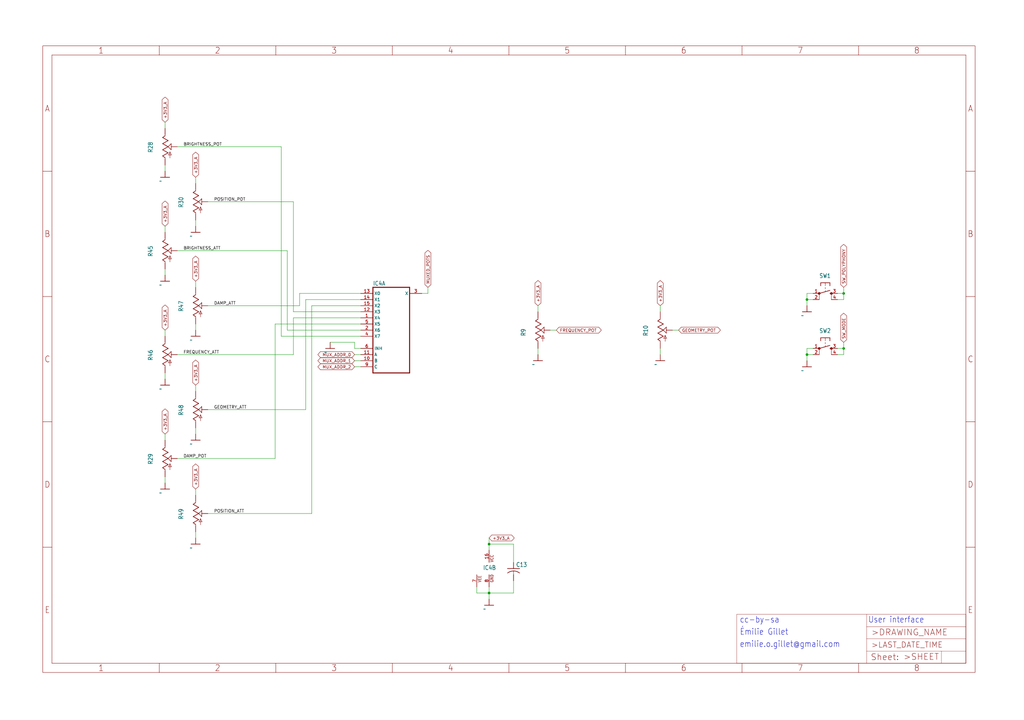
<source format=kicad_sch>
(kicad_sch (version 20211123) (generator eeschema)
  (paper "User" 425.45 299.161)
  (lib_symbols
    (symbol "rings-eagle-import:4051PW"
      (property "Reference" "IC" (at -2.54 -0.635 0))
      (symbol "4051PW_1_0"
        (polyline (pts (xy -7.62 -17.78) (xy 7.62 -17.78)) (stroke (width 0.4064)))
        (polyline (pts (xy -7.62 17.78) (xy -7.62 -17.78)) (stroke (width 0.4064)))
        (polyline (pts (xy 7.62 -17.78) (xy 7.62 17.78)) (stroke (width 0.4064)))
        (polyline (pts (xy 7.62 17.78) (xy -7.62 17.78)) (stroke (width 0.4064)))
        (pin bidirectional line (at -12.7 5.08 0) (length 5.08) (name "X4") (number "1"))
        (pin input line (at -12.7 -12.7 0) (length 5.08) (name "B") (number "10"))
        (pin input line (at -12.7 -10.16 0) (length 5.08) (name "A") (number "11"))
        (pin bidirectional line (at -12.7 7.62 0) (length 5.08) (name "X3") (number "12"))
        (pin bidirectional line (at -12.7 15.24 0) (length 5.08) (name "X0") (number "13"))
        (pin bidirectional line (at -12.7 12.7 0) (length 5.08) (name "X1") (number "14"))
        (pin bidirectional line (at -12.7 10.16 0) (length 5.08) (name "X2") (number "15"))
        (pin bidirectional line (at -12.7 0 0) (length 5.08) (name "X6") (number "2"))
        (pin bidirectional line (at 12.7 15.24 180) (length 5.08) (name "X") (number "3"))
        (pin bidirectional line (at -12.7 -2.54 0) (length 5.08) (name "X7") (number "4"))
        (pin bidirectional line (at -12.7 2.54 0) (length 5.08) (name "X5") (number "5"))
        (pin input line (at -12.7 -7.62 0) (length 5.08) (name "INH") (number "6"))
        (pin input line (at -12.7 -15.24 0) (length 5.08) (name "C") (number "9"))
      )
      (symbol "4051PW_2_0"
        (text "GND" (at 1.905 -5.842 900) (effects (font (size 1.27 1.0795)) (justify left bottom)))
        (text "VCC" (at 1.905 2.54 900) (effects (font (size 1.27 1.0795)) (justify left bottom)))
        (text "VEE" (at -3.175 -5.842 900) (effects (font (size 1.27 1.0795)) (justify left bottom)))
        (pin power_in line (at 0 7.62 270) (length 5.08) (name "VCC") (number "16"))
        (pin power_in line (at -5.08 -7.62 90) (length 5.08) (name "VEE") (number "7"))
        (pin power_in line (at 0 -7.62 90) (length 5.08) (name "GND") (number "8"))
      )
    )
    (symbol "rings-eagle-import:A3L-LOC"
      (symbol "A3L-LOC_1_0"
        (polyline (pts (xy 0 52.07) (xy 3.81 52.07)))
        (polyline (pts (xy 0 104.14) (xy 3.81 104.14)))
        (polyline (pts (xy 0 156.21) (xy 3.81 156.21)))
        (polyline (pts (xy 0 208.28) (xy 3.81 208.28)))
        (polyline (pts (xy 3.81 3.81) (xy 3.81 256.54)))
        (polyline (pts (xy 48.4188 0) (xy 48.4188 3.81)))
        (polyline (pts (xy 48.4188 256.54) (xy 48.4188 260.35)))
        (polyline (pts (xy 96.8375 0) (xy 96.8375 3.81)))
        (polyline (pts (xy 96.8375 256.54) (xy 96.8375 260.35)))
        (polyline (pts (xy 145.2563 0) (xy 145.2563 3.81)))
        (polyline (pts (xy 145.2563 256.54) (xy 145.2563 260.35)))
        (polyline (pts (xy 193.675 0) (xy 193.675 3.81)))
        (polyline (pts (xy 193.675 256.54) (xy 193.675 260.35)))
        (polyline (pts (xy 242.0938 0) (xy 242.0938 3.81)))
        (polyline (pts (xy 242.0938 256.54) (xy 242.0938 260.35)))
        (polyline (pts (xy 288.29 3.81) (xy 288.29 24.13)) (stroke (width 0.1016)))
        (polyline (pts (xy 288.29 3.81) (xy 342.265 3.81)) (stroke (width 0.1016)))
        (polyline (pts (xy 288.29 24.13) (xy 342.265 24.13)) (stroke (width 0.1016)))
        (polyline (pts (xy 290.5125 0) (xy 290.5125 3.81)))
        (polyline (pts (xy 290.5125 256.54) (xy 290.5125 260.35)))
        (polyline (pts (xy 338.9313 0) (xy 338.9313 3.81)))
        (polyline (pts (xy 338.9313 256.54) (xy 338.9313 260.35)))
        (polyline (pts (xy 342.265 3.81) (xy 373.38 3.81)) (stroke (width 0.1016)))
        (polyline (pts (xy 342.265 8.89) (xy 342.265 3.81)) (stroke (width 0.1016)))
        (polyline (pts (xy 342.265 8.89) (xy 342.265 13.97)) (stroke (width 0.1016)))
        (polyline (pts (xy 342.265 13.97) (xy 342.265 19.05)) (stroke (width 0.1016)))
        (polyline (pts (xy 342.265 13.97) (xy 383.54 13.97)) (stroke (width 0.1016)))
        (polyline (pts (xy 342.265 19.05) (xy 342.265 24.13)) (stroke (width 0.1016)))
        (polyline (pts (xy 342.265 19.05) (xy 383.54 19.05)) (stroke (width 0.1016)))
        (polyline (pts (xy 342.265 24.13) (xy 383.54 24.13)) (stroke (width 0.1016)))
        (polyline (pts (xy 373.38 3.81) (xy 373.38 8.89)) (stroke (width 0.1016)))
        (polyline (pts (xy 373.38 3.81) (xy 383.54 3.81)) (stroke (width 0.1016)))
        (polyline (pts (xy 373.38 8.89) (xy 342.265 8.89)) (stroke (width 0.1016)))
        (polyline (pts (xy 373.38 8.89) (xy 383.54 8.89)) (stroke (width 0.1016)))
        (polyline (pts (xy 383.54 3.81) (xy 3.81 3.81)))
        (polyline (pts (xy 383.54 3.81) (xy 383.54 8.89)) (stroke (width 0.1016)))
        (polyline (pts (xy 383.54 3.81) (xy 383.54 256.54)))
        (polyline (pts (xy 383.54 8.89) (xy 383.54 13.97)) (stroke (width 0.1016)))
        (polyline (pts (xy 383.54 13.97) (xy 383.54 19.05)) (stroke (width 0.1016)))
        (polyline (pts (xy 383.54 19.05) (xy 383.54 24.13)) (stroke (width 0.1016)))
        (polyline (pts (xy 383.54 52.07) (xy 387.35 52.07)))
        (polyline (pts (xy 383.54 104.14) (xy 387.35 104.14)))
        (polyline (pts (xy 383.54 156.21) (xy 387.35 156.21)))
        (polyline (pts (xy 383.54 208.28) (xy 387.35 208.28)))
        (polyline (pts (xy 383.54 256.54) (xy 3.81 256.54)))
        (polyline (pts (xy 0 0) (xy 387.35 0) (xy 387.35 260.35) (xy 0 260.35) (xy 0 0)))
        (text "1" (at 24.2094 1.905 0) (effects (font (size 2.54 2.286))))
        (text "1" (at 24.2094 258.445 0) (effects (font (size 2.54 2.286))))
        (text "2" (at 72.6281 1.905 0) (effects (font (size 2.54 2.286))))
        (text "2" (at 72.6281 258.445 0) (effects (font (size 2.54 2.286))))
        (text "3" (at 121.0469 1.905 0) (effects (font (size 2.54 2.286))))
        (text "3" (at 121.0469 258.445 0) (effects (font (size 2.54 2.286))))
        (text "4" (at 169.4656 1.905 0) (effects (font (size 2.54 2.286))))
        (text "4" (at 169.4656 258.445 0) (effects (font (size 2.54 2.286))))
        (text "5" (at 217.8844 1.905 0) (effects (font (size 2.54 2.286))))
        (text "5" (at 217.8844 258.445 0) (effects (font (size 2.54 2.286))))
        (text "6" (at 266.3031 1.905 0) (effects (font (size 2.54 2.286))))
        (text "6" (at 266.3031 258.445 0) (effects (font (size 2.54 2.286))))
        (text "7" (at 314.7219 1.905 0) (effects (font (size 2.54 2.286))))
        (text "7" (at 314.7219 258.445 0) (effects (font (size 2.54 2.286))))
        (text "8" (at 363.1406 1.905 0) (effects (font (size 2.54 2.286))))
        (text "8" (at 363.1406 258.445 0) (effects (font (size 2.54 2.286))))
        (text ">DRAWING_NAME" (at 344.17 15.24 0) (effects (font (size 2.54 2.54)) (justify left bottom)))
        (text ">LAST_DATE_TIME" (at 344.17 10.16 0) (effects (font (size 2.286 2.286)) (justify left bottom)))
        (text ">SHEET" (at 357.505 5.08 0) (effects (font (size 2.54 2.54)) (justify left bottom)))
        (text "A" (at 1.905 234.315 0) (effects (font (size 2.54 2.286))))
        (text "A" (at 385.445 234.315 0) (effects (font (size 2.54 2.286))))
        (text "B" (at 1.905 182.245 0) (effects (font (size 2.54 2.286))))
        (text "B" (at 385.445 182.245 0) (effects (font (size 2.54 2.286))))
        (text "C" (at 1.905 130.175 0) (effects (font (size 2.54 2.286))))
        (text "C" (at 385.445 130.175 0) (effects (font (size 2.54 2.286))))
        (text "D" (at 1.905 78.105 0) (effects (font (size 2.54 2.286))))
        (text "D" (at 385.445 78.105 0) (effects (font (size 2.54 2.286))))
        (text "E" (at 1.905 26.035 0) (effects (font (size 2.54 2.286))))
        (text "E" (at 385.445 26.035 0) (effects (font (size 2.54 2.286))))
        (text "Sheet:" (at 343.916 4.953 0) (effects (font (size 2.54 2.54)) (justify left bottom)))
      )
    )
    (symbol "rings-eagle-import:C-USC0603"
      (property "Reference" "C" (at 1.016 0.635 0))
      (property "Value" "C-USC0603" (at 1.016 -4.191 0))
      (symbol "C-USC0603_1_0"
        (arc (start 0 -1.0161) (mid -1.302 -1.2303) (end -2.4668 -1.8504) (stroke (width 0.254)))
        (polyline (pts (xy -2.54 0) (xy 2.54 0)) (stroke (width 0.254)))
        (polyline (pts (xy 0 -1.016) (xy 0 -2.54)) (stroke (width 0.1524)))
        (arc (start 2.4892 -1.8542) (mid 1.3158 -1.2195) (end 0 -1) (stroke (width 0.254)))
        (pin passive line (at 0 2.54 270) (length 2.54) (name "1") (number "1"))
        (pin passive line (at 0 -5.08 90) (length 2.54) (name "2") (number "2"))
      )
    )
    (symbol "rings-eagle-import:GND" (power)
      (property "Value" "GND" (at -2.54 -2.54 0))
      (symbol "GND_1_0"
        (polyline (pts (xy -1.905 0) (xy 1.905 0)) (stroke (width 0.254)))
        (pin power_in line (at 0 2.54 270) (length 2.54) (name "GND") (number "1"))
      )
    )
    (symbol "rings-eagle-import:POT_USVERTICAL"
      (property "Reference" "R" (at -5.08 -2.54 90))
      (property "Value" "POT_USVERTICAL" (at -2.54 -2.54 90))
      (symbol "POT_USVERTICAL_1_0"
        (polyline (pts (xy -1.016 -3.81) (xy 1.27 -2.54)) (stroke (width 0.254)))
        (polyline (pts (xy -1.016 -1.27) (xy 1.27 0)) (stroke (width 0.254)))
        (polyline (pts (xy -1.016 1.27) (xy 1.27 2.54)) (stroke (width 0.254)))
        (polyline (pts (xy -1.016 3.81) (xy 0 4.572)) (stroke (width 0.254)))
        (polyline (pts (xy 0 -5.08) (xy 0 -4.572)) (stroke (width 0.1524)))
        (polyline (pts (xy 0 -4.572) (xy -1.016 -3.81)) (stroke (width 0.254)))
        (polyline (pts (xy 0 4.572) (xy 0 5.08)) (stroke (width 0.1524)))
        (polyline (pts (xy 1.27 -2.54) (xy -1.016 -1.27)) (stroke (width 0.254)))
        (polyline (pts (xy 1.27 0) (xy -1.016 1.27)) (stroke (width 0.254)))
        (polyline (pts (xy 1.27 0) (xy 2.54 1.27)) (stroke (width 0.2032)))
        (polyline (pts (xy 1.27 2.54) (xy -1.016 3.81)) (stroke (width 0.254)))
        (polyline (pts (xy 1.397 -3.429) (xy 2.032 -2.159)) (stroke (width 0.1524)))
        (polyline (pts (xy 2.032 -4.699) (xy 2.032 -2.159)) (stroke (width 0.1524)))
        (polyline (pts (xy 2.032 -2.159) (xy 2.667 -3.429)) (stroke (width 0.1524)))
        (polyline (pts (xy 2.54 -1.27) (xy 1.27 0)) (stroke (width 0.2032)))
        (polyline (pts (xy 2.54 1.27) (xy 2.54 -1.27)) (stroke (width 0.2032)))
        (polyline (pts (xy 2.667 -3.429) (xy 1.397 -3.429)) (stroke (width 0.1524)))
        (pin passive line (at 0 7.62 270) (length 2.54) (name "E") (number "P$1"))
        (pin passive line (at 5.08 0 180) (length 2.54) (name "S") (number "P$2"))
        (pin passive line (at 0 -7.62 90) (length 2.54) (name "A") (number "P$3"))
      )
    )
    (symbol "rings-eagle-import:POT_USVERTICAL_PS"
      (property "Reference" "R" (at -5.08 -2.54 90))
      (property "Value" "POT_USVERTICAL_PS" (at -2.54 -2.54 90))
      (symbol "POT_USVERTICAL_PS_1_0"
        (polyline (pts (xy -1.016 -3.81) (xy 1.27 -2.54)) (stroke (width 0.254)))
        (polyline (pts (xy -1.016 -1.27) (xy 1.27 0)) (stroke (width 0.254)))
        (polyline (pts (xy -1.016 1.27) (xy 1.27 2.54)) (stroke (width 0.254)))
        (polyline (pts (xy -1.016 3.81) (xy 0 4.572)) (stroke (width 0.254)))
        (polyline (pts (xy 0 -5.08) (xy 0 -4.572)) (stroke (width 0.1524)))
        (polyline (pts (xy 0 -4.572) (xy -1.016 -3.81)) (stroke (width 0.254)))
        (polyline (pts (xy 0 4.572) (xy 0 5.08)) (stroke (width 0.1524)))
        (polyline (pts (xy 1.27 -2.54) (xy -1.016 -1.27)) (stroke (width 0.254)))
        (polyline (pts (xy 1.27 0) (xy -1.016 1.27)) (stroke (width 0.254)))
        (polyline (pts (xy 1.27 0) (xy 2.54 1.27)) (stroke (width 0.2032)))
        (polyline (pts (xy 1.27 2.54) (xy -1.016 3.81)) (stroke (width 0.254)))
        (polyline (pts (xy 1.397 -3.429) (xy 2.032 -2.159)) (stroke (width 0.1524)))
        (polyline (pts (xy 2.032 -4.699) (xy 2.032 -2.159)) (stroke (width 0.1524)))
        (polyline (pts (xy 2.032 -2.159) (xy 2.667 -3.429)) (stroke (width 0.1524)))
        (polyline (pts (xy 2.54 -1.27) (xy 1.27 0)) (stroke (width 0.2032)))
        (polyline (pts (xy 2.54 1.27) (xy 2.54 -1.27)) (stroke (width 0.2032)))
        (polyline (pts (xy 2.667 -3.429) (xy 1.397 -3.429)) (stroke (width 0.1524)))
        (pin passive line (at 0 7.62 270) (length 2.54) (name "E") (number "P$1"))
        (pin passive line (at 5.08 0 180) (length 2.54) (name "S") (number "P$2"))
        (pin passive line (at 0 -7.62 90) (length 2.54) (name "A") (number "P$3"))
      )
    )
    (symbol "rings-eagle-import:TAC_SWITCHPTH"
      (property "Reference" "S" (at -2.54 6.35 0))
      (property "Value" "TAC_SWITCHPTH" (at -2.54 -6.35 0))
      (symbol "TAC_SWITCHPTH_1_0"
        (circle (center -2.54 0) (radius 0.127) (stroke (width 0.4064)))
        (polyline (pts (xy -2.54 -2.54) (xy -2.54 0)) (stroke (width 0.1524)))
        (polyline (pts (xy -2.54 0) (xy 1.905 1.27)) (stroke (width 0.254)))
        (polyline (pts (xy -1.905 4.445) (xy -1.905 3.175)) (stroke (width 0.254)))
        (polyline (pts (xy 0 1.27) (xy 0 0.635)) (stroke (width 0.1524)))
        (polyline (pts (xy 0 2.54) (xy 0 1.905)) (stroke (width 0.1524)))
        (polyline (pts (xy 0 4.445) (xy -1.905 4.445)) (stroke (width 0.254)))
        (polyline (pts (xy 0 4.445) (xy 0 3.175)) (stroke (width 0.1524)))
        (polyline (pts (xy 1.905 0) (xy 2.54 0)) (stroke (width 0.254)))
        (polyline (pts (xy 1.905 4.445) (xy 0 4.445)) (stroke (width 0.254)))
        (polyline (pts (xy 1.905 4.445) (xy 1.905 3.175)) (stroke (width 0.254)))
        (polyline (pts (xy 2.54 -2.54) (xy 2.54 0)) (stroke (width 0.1524)))
        (circle (center 2.54 0) (radius 0.127) (stroke (width 0.4064)))
        (pin passive line (at -5.08 0 0) (length 2.54) (name "1") (number "1"))
        (pin passive line (at -5.08 -2.54 0) (length 2.54) (name "2") (number "2"))
        (pin passive line (at 5.08 0 180) (length 2.54) (name "3") (number "3"))
        (pin passive line (at 5.08 -2.54 180) (length 2.54) (name "4") (number "4"))
      )
    )
  )
  (junction (at 350.52 121.92))
  (junction (at 203.2 246.38))
  (junction (at 203.2 226.06))
  (junction (at 350.52 144.78))
  (junction (at 335.28 147.32))
  (junction (at 335.28 124.46))
  (wire (pts (xy 347.98 121.92) (xy 350.52 121.92)))
  (wire (pts (xy 337.82 121.92) (xy 335.28 121.92)))
  (wire (pts (xy 203.2 226.06) (xy 203.2 223.52)))
  (wire (pts (xy 81.28 76.2) (xy 81.28 73.66)))
  (wire (pts (xy 203.2 228.6) (xy 203.2 226.06)))
  (wire (pts (xy 121.92 132.08) (xy 149.86 132.08)))
  (wire (pts (xy 114.3 190.5) (xy 114.3 134.62)))
  (wire (pts (xy 198.12 243.84) (xy 198.12 246.38)))
  (wire (pts (xy 116.84 60.96) (xy 116.84 139.7)))
  (wire (pts (xy 129.54 127) (xy 149.86 127)))
  (wire (pts (xy 335.28 121.92) (xy 335.28 124.46)))
  (wire (pts (xy 347.98 147.32) (xy 350.52 147.32)))
  (wire (pts (xy 86.36 170.18) (xy 127 170.18)))
  (wire (pts (xy 68.58 154.94) (xy 68.58 157.48)))
  (wire (pts (xy 68.58 182.88) (xy 68.58 180.34)))
  (wire (pts (xy 274.32 144.78) (xy 274.32 147.32)))
  (wire (pts (xy 149.86 149.86) (xy 147.32 149.86)))
  (wire (pts (xy 119.38 137.16) (xy 149.86 137.16)))
  (wire (pts (xy 81.28 119.38) (xy 81.28 116.84)))
  (wire (pts (xy 350.52 121.92) (xy 350.52 119.38)))
  (wire (pts (xy 68.58 96.52) (xy 68.58 93.98)))
  (wire (pts (xy 347.98 144.78) (xy 350.52 144.78)))
  (wire (pts (xy 68.58 139.7) (xy 68.58 137.16)))
  (wire (pts (xy 81.28 177.8) (xy 81.28 180.34)))
  (wire (pts (xy 147.32 144.78) (xy 147.32 142.24)))
  (wire (pts (xy 124.46 121.92) (xy 149.86 121.92)))
  (wire (pts (xy 81.28 91.44) (xy 81.28 93.98)))
  (wire (pts (xy 129.54 213.36) (xy 129.54 127)))
  (wire (pts (xy 127 124.46) (xy 149.86 124.46)))
  (wire (pts (xy 203.2 246.38) (xy 203.2 243.84)))
  (wire (pts (xy 86.36 83.82) (xy 121.92 83.82)))
  (wire (pts (xy 274.32 129.54) (xy 274.32 127)))
  (wire (pts (xy 350.52 124.46) (xy 350.52 121.92)))
  (wire (pts (xy 86.36 127) (xy 124.46 127)))
  (wire (pts (xy 81.28 162.56) (xy 81.28 160.02)))
  (wire (pts (xy 203.2 246.38) (xy 213.36 246.38)))
  (wire (pts (xy 149.86 152.4) (xy 147.32 152.4)))
  (wire (pts (xy 335.28 124.46) (xy 335.28 127)))
  (wire (pts (xy 175.26 121.92) (xy 177.8 121.92)))
  (wire (pts (xy 350.52 144.78) (xy 350.52 142.24)))
  (wire (pts (xy 198.12 246.38) (xy 203.2 246.38)))
  (wire (pts (xy 124.46 127) (xy 124.46 121.92)))
  (wire (pts (xy 279.4 137.16) (xy 281.94 137.16)))
  (wire (pts (xy 73.66 147.32) (xy 121.92 147.32)))
  (wire (pts (xy 337.82 147.32) (xy 335.28 147.32)))
  (wire (pts (xy 81.28 220.98) (xy 81.28 223.52)))
  (wire (pts (xy 86.36 213.36) (xy 129.54 213.36)))
  (wire (pts (xy 177.8 121.92) (xy 177.8 119.38)))
  (wire (pts (xy 114.3 134.62) (xy 149.86 134.62)))
  (wire (pts (xy 147.32 142.24) (xy 137.16 142.24)))
  (wire (pts (xy 73.66 60.96) (xy 116.84 60.96)))
  (wire (pts (xy 127 170.18) (xy 127 124.46)))
  (wire (pts (xy 68.58 198.12) (xy 68.58 200.66)))
  (wire (pts (xy 68.58 68.58) (xy 68.58 71.12)))
  (wire (pts (xy 73.66 104.14) (xy 119.38 104.14)))
  (wire (pts (xy 116.84 139.7) (xy 149.86 139.7)))
  (wire (pts (xy 68.58 111.76) (xy 68.58 114.3)))
  (wire (pts (xy 335.28 144.78) (xy 335.28 147.32)))
  (wire (pts (xy 213.36 241.3) (xy 213.36 246.38)))
  (wire (pts (xy 121.92 83.82) (xy 121.92 129.54)))
  (wire (pts (xy 81.28 134.62) (xy 81.28 137.16)))
  (wire (pts (xy 350.52 147.32) (xy 350.52 144.78)))
  (wire (pts (xy 73.66 190.5) (xy 114.3 190.5)))
  (wire (pts (xy 121.92 147.32) (xy 121.92 132.08)))
  (wire (pts (xy 337.82 144.78) (xy 335.28 144.78)))
  (wire (pts (xy 223.52 129.54) (xy 223.52 127)))
  (wire (pts (xy 223.52 144.78) (xy 223.52 147.32)))
  (wire (pts (xy 68.58 53.34) (xy 68.58 50.8)))
  (wire (pts (xy 121.92 129.54) (xy 149.86 129.54)))
  (wire (pts (xy 203.2 248.92) (xy 203.2 246.38)))
  (wire (pts (xy 213.36 226.06) (xy 213.36 233.68)))
  (wire (pts (xy 149.86 147.32) (xy 147.32 147.32)))
  (wire (pts (xy 337.82 124.46) (xy 335.28 124.46)))
  (wire (pts (xy 81.28 205.74) (xy 81.28 203.2)))
  (wire (pts (xy 228.6 137.16) (xy 231.14 137.16)))
  (wire (pts (xy 119.38 104.14) (xy 119.38 137.16)))
  (wire (pts (xy 213.36 226.06) (xy 203.2 226.06)))
  (wire (pts (xy 347.98 124.46) (xy 350.52 124.46)))
  (wire (pts (xy 335.28 147.32) (xy 335.28 149.86)))
  (wire (pts (xy 149.86 144.78) (xy 147.32 144.78)))
  (text "User interface" (at 360.68 259.08 180) (effects (font (size 2.54 2.159)) (justify left bottom)))
  (text "Émilie Gillet" (at 307.34 264.16 180) (effects (font (size 2.54 2.159)) (justify left bottom)))
  (text "emilie.o.gillet@gmail.com" (at 307.34 269.24 180) (effects (font (size 2.54 2.159)) (justify left bottom)))
  (text "cc-by-sa" (at 307.34 259.08 180) (effects (font (size 2.54 2.159)) (justify left bottom)))
  (label "FREQUENCY_ATT" (at 76.2 147.32 0) (effects (font (size 1.2446 1.2446))))
  (label "BRIGHTNESS_ATT" (at 76.2 104.14 0) (effects (font (size 1.2446 1.2446))))
  (label "DAMP_ATT" (at 88.9 127 0) (effects (font (size 1.2446 1.2446))))
  (label "GEOMETRY_ATT" (at 88.9 170.18 0) (effects (font (size 1.2446 1.2446))))
  (label "POSITION_POT" (at 88.9 83.82 0) (effects (font (size 1.2446 1.2446))))
  (label "BRIGHTNESS_POT" (at 76.2 60.96 0) (effects (font (size 1.2446 1.2446))))
  (label "POSITION_ATT" (at 88.9 213.36 0) (effects (font (size 1.2446 1.2446))))
  (label "DAMP_POT" (at 76.2 190.5 0) (effects (font (size 1.2446 1.2446))))
  (global_label "+3V3_A" (shape bidirectional) (at 68.58 180.34 90) (effects (font (size 1.2446 1.2446))) (property "Intersheet References" "${INTERSHEET_REFS}" (effects hide)))
  (global_label "+3V3_A" (shape bidirectional) (at 81.28 160.02 90) (effects (font (size 1.2446 1.2446))) (property "Intersheet References" "${INTERSHEET_REFS}" (effects hide)))
  (global_label "+3V3_A" (shape bidirectional) (at 223.52 127 90) (effects (font (size 1.2446 1.2446))) (property "Intersheet References" "${INTERSHEET_REFS}" (effects hide)))
  (global_label "MUX_ADDR_2" (shape bidirectional) (at 147.32 152.4 180) (effects (font (size 1.2446 1.2446))) (property "Intersheet References" "${INTERSHEET_REFS}" (effects hide)))
  (global_label "+3V3_A" (shape bidirectional) (at 81.28 73.66 90) (effects (font (size 1.2446 1.2446))) (property "Intersheet References" "${INTERSHEET_REFS}" (effects hide)))
  (global_label "SW_POLYPHONY" (shape bidirectional) (at 350.52 119.38 90) (effects (font (size 1.2446 1.2446))) (property "Intersheet References" "${INTERSHEET_REFS}" (effects hide)))
  (global_label "+3V3_A" (shape bidirectional) (at 81.28 116.84 90) (effects (font (size 1.2446 1.2446))) (property "Intersheet References" "${INTERSHEET_REFS}" (effects hide)))
  (global_label "MUXED_POTS" (shape bidirectional) (at 177.8 119.38 90) (effects (font (size 1.2446 1.2446))) (property "Intersheet References" "${INTERSHEET_REFS}" (effects hide)))
  (global_label "GEOMETRY_POT" (shape bidirectional) (at 281.94 137.16 0) (effects (font (size 1.2446 1.2446))) (property "Intersheet References" "${INTERSHEET_REFS}" (effects hide)))
  (global_label "+3V3_A" (shape bidirectional) (at 203.2 223.52 0) (effects (font (size 1.2446 1.2446))) (property "Intersheet References" "${INTERSHEET_REFS}" (effects hide)))
  (global_label "FREQUENCY_POT" (shape bidirectional) (at 231.14 137.16 0) (effects (font (size 1.2446 1.2446))) (property "Intersheet References" "${INTERSHEET_REFS}" (effects hide)))
  (global_label "SW_MODE" (shape bidirectional) (at 350.52 142.24 90) (effects (font (size 1.2446 1.2446))) (property "Intersheet References" "${INTERSHEET_REFS}" (effects hide)))
  (global_label "+3V3_A" (shape bidirectional) (at 68.58 50.8 90) (effects (font (size 1.2446 1.2446))) (property "Intersheet References" "${INTERSHEET_REFS}" (effects hide)))
  (global_label "MUX_ADDR_1" (shape bidirectional) (at 147.32 149.86 180) (effects (font (size 1.2446 1.2446))) (property "Intersheet References" "${INTERSHEET_REFS}" (effects hide)))
  (global_label "MUX_ADDR_0" (shape bidirectional) (at 147.32 147.32 180) (effects (font (size 1.2446 1.2446))) (property "Intersheet References" "${INTERSHEET_REFS}" (effects hide)))
  (global_label "+3V3_A" (shape bidirectional) (at 68.58 93.98 90) (effects (font (size 1.2446 1.2446))) (property "Intersheet References" "${INTERSHEET_REFS}" (effects hide)))
  (global_label "+3V3_A" (shape bidirectional) (at 81.28 203.2 90) (effects (font (size 1.2446 1.2446))) (property "Intersheet References" "${INTERSHEET_REFS}" (effects hide)))
  (global_label "+3V3_A" (shape bidirectional) (at 274.32 127 90) (effects (font (size 1.2446 1.2446))) (property "Intersheet References" "${INTERSHEET_REFS}" (effects hide)))
  (global_label "+3V3_A" (shape bidirectional) (at 68.58 137.16 90) (effects (font (size 1.2446 1.2446))) (property "Intersheet References" "${INTERSHEET_REFS}" (effects hide)))
  (symbol (lib_id "rings-eagle-import:GND") (at 68.58 116.84 0) (unit 1)
    (property "Reference" "#GND60" (effects hide))
  )
  (symbol (lib_id "rings-eagle-import:GND") (at 137.16 144.78 0) (unit 1)
    (property "Reference" "#GND26" (effects hide))
  )
  (symbol (lib_id "rings-eagle-import:GND") (at 335.28 129.54 0) (unit 1)
    (property "Reference" "#GND12" (effects hide))
  )
  (symbol (lib_id "rings-eagle-import:POT_USVERTICAL") (at 81.28 170.18 0) (unit 1)
    (property "Reference" "R48" (at 76.2 172.72 90) (effects (font (size 1.778 1.5113)) (justify left bottom)))
  )
  (symbol (lib_id "rings-eagle-import:POT_USVERTICAL_PS") (at 68.58 60.96 0) (unit 1)
    (property "Reference" "R28" (at 63.5 63.5 90) (effects (font (size 1.778 1.5113)) (justify left bottom)))
  )
  (symbol (lib_id "rings-eagle-import:C-USC0603") (at 213.36 236.22 0) (unit 1)
    (property "Reference" "C13" (at 214.376 235.585 0) (effects (font (size 1.778 1.5113)) (justify left bottom)))
  )
  (symbol (lib_id "rings-eagle-import:GND") (at 81.28 139.7 0) (unit 1)
    (property "Reference" "#GND14" (effects hide))
  )
  (symbol (lib_id "rings-eagle-import:GND") (at 81.28 182.88 0) (unit 1)
    (property "Reference" "#GND25" (effects hide))
  )
  (symbol (lib_id "rings-eagle-import:GND") (at 81.28 226.06 0) (unit 1)
    (property "Reference" "#GND44" (effects hide))
  )
  (symbol (lib_id "rings-eagle-import:GND") (at 223.52 149.86 0) (unit 1)
    (property "Reference" "#GND10" (effects hide))
  )
  (symbol (lib_id "rings-eagle-import:GND") (at 81.28 96.52 0) (unit 1)
    (property "Reference" "#GND48" (effects hide))
  )
  (symbol (lib_id "rings-eagle-import:A3L-LOC") (at 17.78 279.4 0) (unit 1)
    (property "Reference" "#FRAME4" (effects hide))
  )
  (symbol (lib_id "rings-eagle-import:GND") (at 335.28 152.4 0) (unit 1)
    (property "Reference" "#GND66" (effects hide))
  )
  (symbol (lib_id "rings-eagle-import:POT_USVERTICAL") (at 68.58 104.14 0) (unit 1)
    (property "Reference" "R45" (at 63.5 106.68 90) (effects (font (size 1.778 1.5113)) (justify left bottom)))
  )
  (symbol (lib_id "rings-eagle-import:TAC_SWITCHPTH") (at 342.9 144.78 0) (unit 1)
    (property "Reference" "SW2" (at 340.36 138.43 0) (effects (font (size 1.778 1.5113)) (justify left bottom)))
  )
  (symbol (lib_id "rings-eagle-import:GND") (at 68.58 160.02 0) (unit 1)
    (property "Reference" "#GND3" (effects hide))
  )
  (symbol (lib_id "rings-eagle-import:POT_USVERTICAL") (at 81.28 127 0) (unit 1)
    (property "Reference" "R47" (at 76.2 129.54 90) (effects (font (size 1.778 1.5113)) (justify left bottom)))
  )
  (symbol (lib_id "rings-eagle-import:4051PW") (at 203.2 236.22 0) (unit 2)
    (property "Reference" "IC4" (at 200.66 236.855 0) (effects (font (size 1.778 1.5113)) (justify left bottom)))
  )
  (symbol (lib_id "rings-eagle-import:POT_USVERTICAL_PS") (at 223.52 137.16 0) (unit 1)
    (property "Reference" "R9" (at 218.44 139.7 90) (effects (font (size 1.778 1.5113)) (justify left bottom)))
  )
  (symbol (lib_id "rings-eagle-import:4051PW") (at 162.56 137.16 0) (unit 1)
    (property "Reference" "IC4" (at 154.94 118.745 0) (effects (font (size 1.778 1.5113)) (justify left bottom)))
  )
  (symbol (lib_id "rings-eagle-import:TAC_SWITCHPTH") (at 342.9 121.92 0) (unit 1)
    (property "Reference" "SW1" (at 340.36 115.57 0) (effects (font (size 1.778 1.5113)) (justify left bottom)))
  )
  (symbol (lib_id "rings-eagle-import:POT_USVERTICAL_PS") (at 68.58 190.5 0) (unit 1)
    (property "Reference" "R29" (at 63.5 193.04 90) (effects (font (size 1.778 1.5113)) (justify left bottom)))
  )
  (symbol (lib_id "rings-eagle-import:POT_USVERTICAL") (at 68.58 147.32 0) (unit 1)
    (property "Reference" "R46" (at 63.5 149.86 90) (effects (font (size 1.778 1.5113)) (justify left bottom)))
  )
  (symbol (lib_id "rings-eagle-import:POT_USVERTICAL_PS") (at 274.32 137.16 0) (unit 1)
    (property "Reference" "R10" (at 269.24 139.7 90) (effects (font (size 1.778 1.5113)) (justify left bottom)))
  )
  (symbol (lib_id "rings-eagle-import:GND") (at 203.2 251.46 0) (unit 1)
    (property "Reference" "#GND63" (effects hide))
  )
  (symbol (lib_id "rings-eagle-import:GND") (at 68.58 203.2 0) (unit 1)
    (property "Reference" "#GND46" (effects hide))
  )
  (symbol (lib_id "rings-eagle-import:GND") (at 274.32 149.86 0) (unit 1)
    (property "Reference" "#GND47" (effects hide))
  )
  (symbol (lib_id "rings-eagle-import:POT_USVERTICAL") (at 81.28 213.36 0) (unit 1)
    (property "Reference" "R49" (at 76.2 215.9 90) (effects (font (size 1.778 1.5113)) (justify left bottom)))
  )
  (symbol (lib_id "rings-eagle-import:POT_USVERTICAL_PS") (at 81.28 83.82 0) (unit 1)
    (property "Reference" "R30" (at 76.2 86.36 90) (effects (font (size 1.778 1.5113)) (justify left bottom)))
  )
  (symbol (lib_id "rings-eagle-import:GND") (at 68.58 73.66 0) (unit 1)
    (property "Reference" "#GND88" (effects hide))
  )
)
</source>
